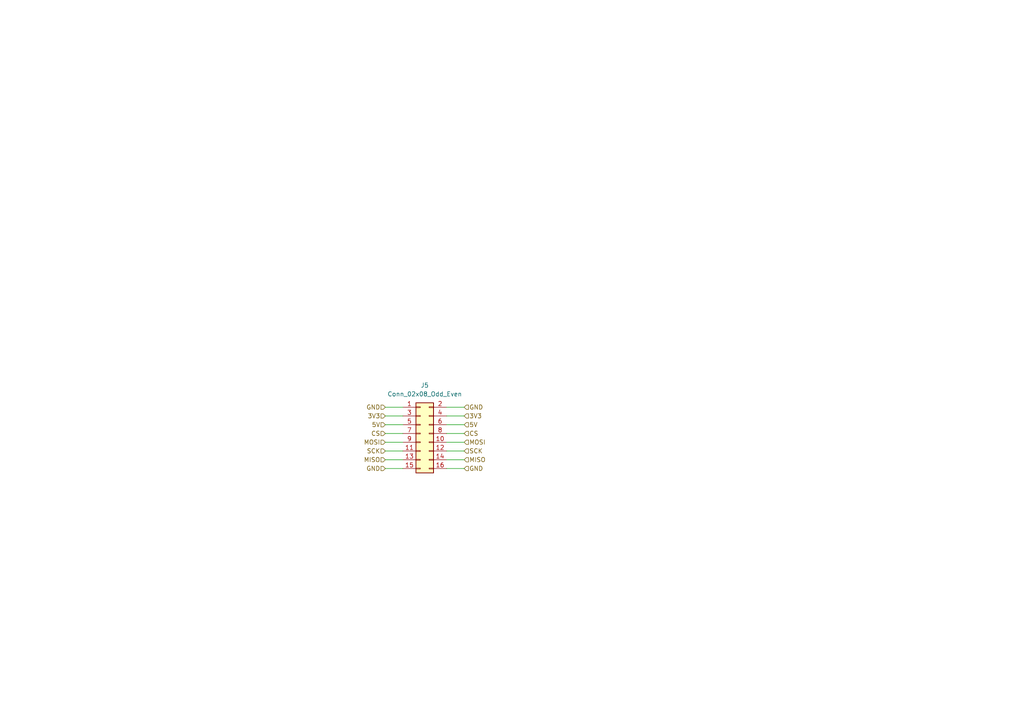
<source format=kicad_sch>
(kicad_sch (version 20230121) (generator eeschema)
  (paper "A4")
  (lib_symbols
    (symbol "Connector_Generic:Conn_02x08_Odd_Even" (pin_names (offset 1.016) hide)
      (property "Reference" "J" (at 1.27 10.16 0))
      (property "Value" "Conn_02x08_Odd_Even" (at 1.27 -12.7 0))
      (symbol "Conn_02x08_Odd_Even_1_1"
        (rectangle (start -1.27 -10.033) (end 0 -10.287) (stroke (width 0.1524)))
        (rectangle (start -1.27 -7.493) (end 0 -7.747) (stroke (width 0.1524)))
        (rectangle (start -1.27 -4.953) (end 0 -5.207) (stroke (width 0.1524)))
        (rectangle (start -1.27 -2.413) (end 0 -2.667) (stroke (width 0.1524)))
        (rectangle (start -1.27 0.127) (end 0 -0.127) (stroke (width 0.1524)))
        (rectangle (start -1.27 2.667) (end 0 2.413) (stroke (width 0.1524)))
        (rectangle (start -1.27 5.207) (end 0 4.953) (stroke (width 0.1524)))
        (rectangle (start -1.27 7.747) (end 0 7.493) (stroke (width 0.1524)))
        (rectangle (start -1.27 8.89) (end 3.81 -11.43) (stroke (width 0.254)) (fill (type background)))
        (rectangle (start 3.81 -10.033) (end 2.54 -10.287) (stroke (width 0.1524)))
        (rectangle (start 3.81 -7.493) (end 2.54 -7.747) (stroke (width 0.1524)))
        (rectangle (start 3.81 -4.953) (end 2.54 -5.207) (stroke (width 0.1524)))
        (rectangle (start 3.81 -2.413) (end 2.54 -2.667) (stroke (width 0.1524)))
        (rectangle (start 3.81 0.127) (end 2.54 -0.127) (stroke (width 0.1524)))
        (rectangle (start 3.81 2.667) (end 2.54 2.413) (stroke (width 0.1524)))
        (rectangle (start 3.81 5.207) (end 2.54 4.953) (stroke (width 0.1524)))
        (rectangle (start 3.81 7.747) (end 2.54 7.493) (stroke (width 0.1524)))
        (pin passive line (at -5.08 7.62 0) (length 3.81) (name "Pin_1") (number "1"))
        (pin passive line (at 7.62 -2.54 180) (length 3.81) (name "Pin_10") (number "10"))
        (pin passive line (at -5.08 -5.08 0) (length 3.81) (name "Pin_11") (number "11"))
        (pin passive line (at 7.62 -5.08 180) (length 3.81) (name "Pin_12") (number "12"))
        (pin passive line (at -5.08 -7.62 0) (length 3.81) (name "Pin_13") (number "13"))
        (pin passive line (at 7.62 -7.62 180) (length 3.81) (name "Pin_14") (number "14"))
        (pin passive line (at -5.08 -10.16 0) (length 3.81) (name "Pin_15") (number "15"))
        (pin passive line (at 7.62 -10.16 180) (length 3.81) (name "Pin_16") (number "16"))
        (pin passive line (at 7.62 7.62 180) (length 3.81) (name "Pin_2") (number "2"))
        (pin passive line (at -5.08 5.08 0) (length 3.81) (name "Pin_3") (number "3"))
        (pin passive line (at 7.62 5.08 180) (length 3.81) (name "Pin_4") (number "4"))
        (pin passive line (at -5.08 2.54 0) (length 3.81) (name "Pin_5") (number "5"))
        (pin passive line (at 7.62 2.54 180) (length 3.81) (name "Pin_6") (number "6"))
        (pin passive line (at -5.08 0 0) (length 3.81) (name "Pin_7") (number "7"))
        (pin passive line (at 7.62 0 180) (length 3.81) (name "Pin_8") (number "8"))
        (pin passive line (at -5.08 -2.54 0) (length 3.81) (name "Pin_9") (number "9"))
      )
    )
  )
  (wire (pts (xy 129.54 120.65) (xy 134.62 120.65)))
  (wire (pts (xy 111.76 123.19) (xy 116.84 123.19)))
  (wire (pts (xy 129.54 118.11) (xy 134.62 118.11)))
  (wire (pts (xy 129.54 123.19) (xy 134.62 123.19)))
  (wire (pts (xy 129.54 133.35) (xy 134.62 133.35)))
  (wire (pts (xy 111.76 130.81) (xy 116.84 130.81)))
  (wire (pts (xy 129.54 125.73) (xy 134.62 125.73)))
  (wire (pts (xy 129.54 130.81) (xy 134.62 130.81)))
  (wire (pts (xy 129.54 128.27) (xy 134.62 128.27)))
  (wire (pts (xy 129.54 135.89) (xy 134.62 135.89)))
  (wire (pts (xy 111.76 133.35) (xy 116.84 133.35)))
  (wire (pts (xy 111.76 128.27) (xy 116.84 128.27)))
  (wire (pts (xy 111.76 118.11) (xy 116.84 118.11)))
  (wire (pts (xy 111.76 125.73) (xy 116.84 125.73)))
  (wire (pts (xy 111.76 120.65) (xy 116.84 120.65)))
  (wire (pts (xy 111.76 135.89) (xy 116.84 135.89)))
  (hierarchical_label "GND" (shape input) (at 111.76 135.89 180))
  (hierarchical_label "GND" (shape input) (at 134.62 135.89 0))
  (hierarchical_label "MISO" (shape input) (at 134.62 133.35 0))
  (hierarchical_label "MOSI" (shape input) (at 134.62 128.27 0))
  (hierarchical_label "SCK" (shape input) (at 134.62 130.81 0))
  (hierarchical_label "GND" (shape input) (at 111.76 118.11 180))
  (hierarchical_label "SCK" (shape input) (at 111.76 130.81 180))
  (hierarchical_label "MISO" (shape input) (at 111.76 133.35 180))
  (hierarchical_label "3V3" (shape input) (at 134.62 120.65 0))
  (hierarchical_label "3V3" (shape input) (at 111.76 120.65 180))
  (hierarchical_label "GND" (shape input) (at 134.62 118.11 0))
  (hierarchical_label "CS" (shape input) (at 111.76 125.73 180))
  (hierarchical_label "5V" (shape input) (at 134.62 123.19 0))
  (hierarchical_label "5V" (shape input) (at 111.76 123.19 180))
  (hierarchical_label "CS" (shape input) (at 134.62 125.73 0))
  (hierarchical_label "MOSI" (shape input) (at 111.76 128.27 180))
  (symbol (lib_id "Connector_Generic:Conn_02x08_Odd_Even") (at 121.92 125.73 0) (unit 1)
    (property "Reference" "J5" (at 123.19 111.76 0))
    (property "Value" "Conn_02x08_Odd_Even" (at 123.19 114.3 0))
    (property "Footprint" "Connector_PinSocket_2.00mm:PinSocket_2x08_P2.00mm_Vertical" (effects hide))
  )
)
</source>
